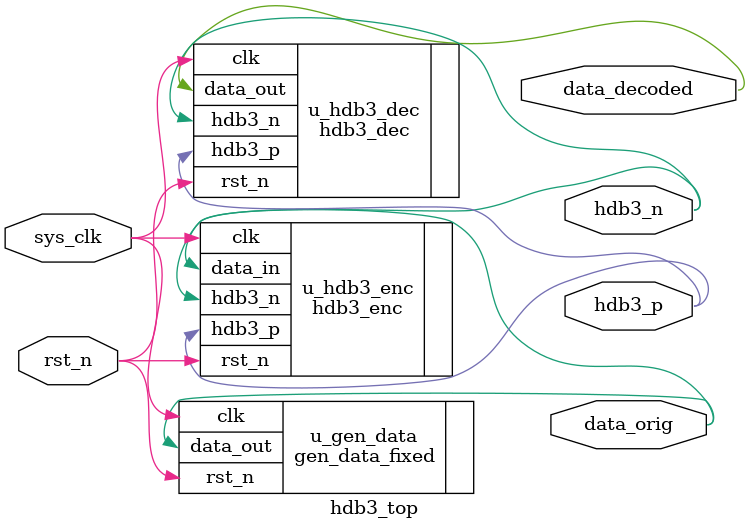
<source format=v>
`timescale 1ns / 1ps

module hdb3_top(
        input wire sys_clk,
        input wire rst_n,
        output wire data_orig,
        output wire hdb3_p,
        output wire hdb3_n,
        output wire data_decoded
    );

    // 实例化：生成数据 -> 编码 -> 译码，便于仿真观察原始与还原数据
    gen_data_fixed u_gen_data (
                       .clk(sys_clk),
                       .rst_n(rst_n),
                       .data_out(data_orig)
                   );

    hdb3_enc u_hdb3_enc (
                 .clk(sys_clk),
                 .rst_n(rst_n),
                 .data_in(data_orig),
                 .hdb3_p(hdb3_p),
                 .hdb3_n(hdb3_n)
             );

    hdb3_dec u_hdb3_dec (
                 .clk(sys_clk),
                 .rst_n(rst_n),
                 .hdb3_p(hdb3_p),
                 .hdb3_n(hdb3_n),
                 .data_out(data_decoded)
             );

endmodule

</source>
